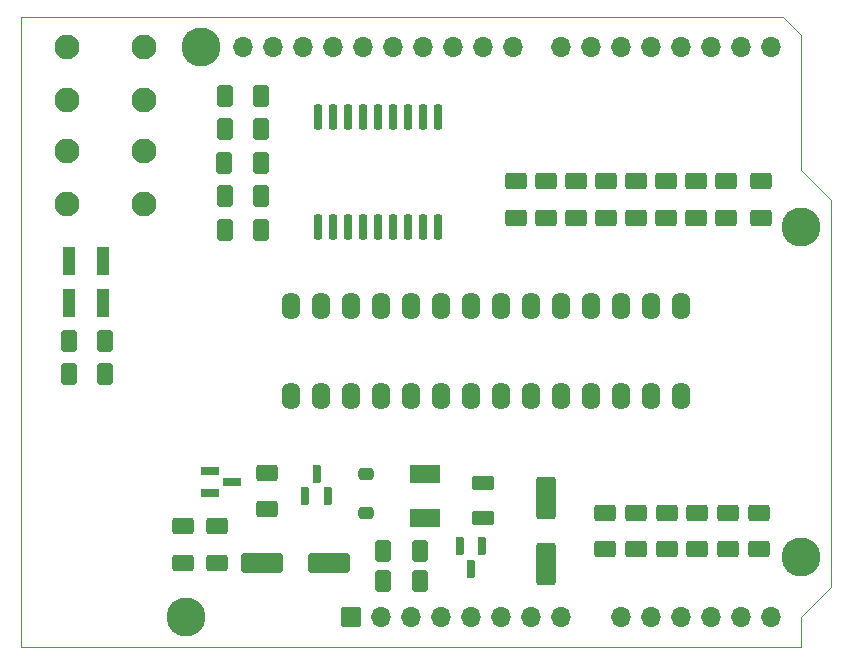
<source format=gbr>
%TF.GenerationSoftware,KiCad,Pcbnew,(7.0.0)*%
%TF.CreationDate,2023-03-08T16:41:05-05:00*%
%TF.ProjectId,RESTORE_AVR_FUSES_SPI,52455354-4f52-4455-9f41-56525f465553,rev?*%
%TF.SameCoordinates,Original*%
%TF.FileFunction,Soldermask,Top*%
%TF.FilePolarity,Negative*%
%FSLAX46Y46*%
G04 Gerber Fmt 4.6, Leading zero omitted, Abs format (unit mm)*
G04 Created by KiCad (PCBNEW (7.0.0)) date 2023-03-08 16:41:05*
%MOMM*%
%LPD*%
G01*
G04 APERTURE LIST*
G04 Aperture macros list*
%AMRoundRect*
0 Rectangle with rounded corners*
0 $1 Rounding radius*
0 $2 $3 $4 $5 $6 $7 $8 $9 X,Y pos of 4 corners*
0 Add a 4 corners polygon primitive as box body*
4,1,4,$2,$3,$4,$5,$6,$7,$8,$9,$2,$3,0*
0 Add four circle primitives for the rounded corners*
1,1,$1+$1,$2,$3*
1,1,$1+$1,$4,$5*
1,1,$1+$1,$6,$7*
1,1,$1+$1,$8,$9*
0 Add four rect primitives between the rounded corners*
20,1,$1+$1,$2,$3,$4,$5,0*
20,1,$1+$1,$4,$5,$6,$7,0*
20,1,$1+$1,$6,$7,$8,$9,0*
20,1,$1+$1,$8,$9,$2,$3,0*%
G04 Aperture macros list end*
%TA.AperFunction,Profile*%
%ADD10C,0.100000*%
%TD*%
%ADD11RoundRect,0.300800X-0.400000X-0.625000X0.400000X-0.625000X0.400000X0.625000X-0.400000X0.625000X0*%
%ADD12C,2.101600*%
%ADD13C,3.301600*%
%ADD14RoundRect,0.050800X0.800000X-0.800000X0.800000X0.800000X-0.800000X0.800000X-0.800000X-0.800000X0*%
%ADD15O,1.701600X1.701600*%
%ADD16RoundRect,0.300800X0.400000X0.625000X-0.400000X0.625000X-0.400000X-0.625000X0.400000X-0.625000X0*%
%ADD17RoundRect,0.300800X-0.625000X0.400000X-0.625000X-0.400000X0.625000X-0.400000X0.625000X0.400000X0*%
%ADD18RoundRect,0.050800X0.475000X-1.100000X0.475000X1.100000X-0.475000X1.100000X-0.475000X-1.100000X0*%
%ADD19RoundRect,0.300800X0.625000X-0.400000X0.625000X0.400000X-0.625000X0.400000X-0.625000X-0.400000X0*%
%ADD20RoundRect,0.200800X-0.150000X0.587500X-0.150000X-0.587500X0.150000X-0.587500X0.150000X0.587500X0*%
%ADD21RoundRect,0.300800X0.650000X-0.325000X0.650000X0.325000X-0.650000X0.325000X-0.650000X-0.325000X0*%
%ADD22O,1.602740X2.301240*%
%ADD23RoundRect,0.200800X0.150000X-0.587500X0.150000X0.587500X-0.150000X0.587500X-0.150000X-0.587500X0*%
%ADD24RoundRect,0.050800X1.250000X-0.750000X1.250000X0.750000X-1.250000X0.750000X-1.250000X-0.750000X0*%
%ADD25RoundRect,0.300800X-0.550000X1.500000X-0.550000X-1.500000X0.550000X-1.500000X0.550000X1.500000X0*%
%ADD26RoundRect,0.200800X-0.150000X0.875000X-0.150000X-0.875000X0.150000X-0.875000X0.150000X0.875000X0*%
%ADD27RoundRect,0.300800X1.500000X0.550000X-1.500000X0.550000X-1.500000X-0.550000X1.500000X-0.550000X0*%
%ADD28RoundRect,0.200800X-0.587500X-0.150000X0.587500X-0.150000X0.587500X0.150000X-0.587500X0.150000X0*%
%ADD29RoundRect,0.275800X0.375000X-0.225000X0.375000X0.225000X-0.375000X0.225000X-0.375000X-0.225000X0*%
G04 APERTURE END LIST*
D10*
%TO.C,A1*%
X101600000Y-76200000D02*
X101600000Y-129540000D01*
X101600000Y-129540000D02*
X167640000Y-129540000D01*
X166120000Y-76200000D02*
X101600000Y-76200000D01*
X167640000Y-77720000D02*
X166120000Y-76200000D01*
X167640000Y-89150000D02*
X167640000Y-77720000D01*
X167640000Y-127000000D02*
X170180000Y-124460000D01*
X167640000Y-129540000D02*
X167640000Y-127000000D01*
X170180000Y-91690000D02*
X167640000Y-89150000D01*
X170180000Y-124460000D02*
X170180000Y-91690000D01*
%TD*%
D11*
%TO.C,R2*%
X132273500Y-121412000D03*
X135373500Y-121412000D03*
%TD*%
D12*
%TO.C,SW2*%
X105514000Y-78740000D03*
X112014000Y-78740000D03*
X105514000Y-83240000D03*
X112014000Y-83240000D03*
%TD*%
D13*
%TO.C,A1*%
X115570000Y-127000000D03*
X116840000Y-78740000D03*
X167640000Y-93980000D03*
X167640000Y-121920000D03*
D14*
X129540000Y-127000000D03*
D15*
X132079999Y-126999999D03*
X134619999Y-126999999D03*
X137159999Y-126999999D03*
X139699999Y-126999999D03*
X142239999Y-126999999D03*
X144779999Y-126999999D03*
X147319999Y-126999999D03*
X152399999Y-126999999D03*
X154939999Y-126999999D03*
X157479999Y-126999999D03*
X160019999Y-126999999D03*
X162559999Y-126999999D03*
X165099999Y-126999999D03*
X165099999Y-78739999D03*
X162559999Y-78739999D03*
X160019999Y-78739999D03*
X157479999Y-78739999D03*
X154939999Y-78739999D03*
X152399999Y-78739999D03*
X149859999Y-78739999D03*
X147319999Y-78739999D03*
X143259999Y-78739999D03*
X140719999Y-78739999D03*
X138179999Y-78739999D03*
X135639999Y-78739999D03*
X133099999Y-78739999D03*
X130559999Y-78739999D03*
X128019999Y-78739999D03*
X125479999Y-78739999D03*
X122939999Y-78739999D03*
X120399999Y-78739999D03*
%TD*%
D16*
%TO.C,R24*%
X108738000Y-106426000D03*
X105638000Y-106426000D03*
%TD*%
D17*
%TO.C,R15*%
X158882664Y-118185000D03*
X158882664Y-121285000D03*
%TD*%
D18*
%TO.C,D2*%
X108538000Y-96901000D03*
X105638000Y-96901000D03*
%TD*%
%TO.C,D4*%
X108538000Y-100457000D03*
X105638000Y-100457000D03*
%TD*%
D16*
%TO.C,R25*%
X121946000Y-85756750D03*
X118846000Y-85756750D03*
%TD*%
D19*
%TO.C,R11*%
X143510000Y-93212513D03*
X143510000Y-90112513D03*
%TD*%
D20*
%TO.C,Q2*%
X140650000Y-121061000D03*
X138750000Y-121061000D03*
X139700000Y-122936000D03*
%TD*%
D19*
%TO.C,R8*%
X151130000Y-93212513D03*
X151130000Y-90112513D03*
%TD*%
D21*
%TO.C,C1*%
X140716000Y-118615000D03*
X140716000Y-115665000D03*
%TD*%
D22*
%TO.C,ZIF1*%
X124459999Y-100710999D03*
X126999999Y-100710999D03*
X129539999Y-100710999D03*
X132079999Y-100710999D03*
X134619999Y-100710999D03*
X137159999Y-100710999D03*
X139699999Y-100710999D03*
X142239999Y-100710999D03*
X144779999Y-100710999D03*
X147319999Y-100710999D03*
X149859999Y-100710999D03*
X152399999Y-100710999D03*
X154939999Y-100710999D03*
X157479999Y-100710999D03*
X157479999Y-108330999D03*
X154939999Y-108330999D03*
X152399999Y-108330999D03*
X149859999Y-108330999D03*
X147319999Y-108330999D03*
X144779999Y-108330999D03*
X142239999Y-108330999D03*
X139699999Y-108330999D03*
X137159999Y-108330999D03*
X134619999Y-108330999D03*
X132079999Y-108330999D03*
X129539999Y-108330999D03*
X126999999Y-108330999D03*
X124459999Y-108330999D03*
%TD*%
D19*
%TO.C,R1*%
X122428000Y-117915000D03*
X122428000Y-114815000D03*
%TD*%
%TO.C,R14*%
X118237000Y-122428000D03*
X118237000Y-119328000D03*
%TD*%
D12*
%TO.C,SW1*%
X105514000Y-87575100D03*
X112014000Y-87575100D03*
X105514000Y-92075100D03*
X112014000Y-92075100D03*
%TD*%
D19*
%TO.C,R12*%
X151080666Y-121311000D03*
X151080666Y-118211000D03*
%TD*%
%TO.C,R5*%
X158750000Y-93212513D03*
X158750000Y-90112513D03*
%TD*%
D17*
%TO.C,R19*%
X156281998Y-118185000D03*
X156281998Y-121285000D03*
%TD*%
%TO.C,R16*%
X161483330Y-118185000D03*
X161483330Y-121285000D03*
%TD*%
D23*
%TO.C,Q1*%
X125680000Y-116790000D03*
X127580000Y-116790000D03*
X126630000Y-114915000D03*
%TD*%
D24*
%TO.C,L1*%
X135789000Y-118615000D03*
X135789000Y-114915000D03*
%TD*%
D11*
%TO.C,R22*%
X118846000Y-94234000D03*
X121946000Y-94234000D03*
%TD*%
D25*
%TO.C,C2*%
X146050000Y-116961000D03*
X146050000Y-122561000D03*
%TD*%
D11*
%TO.C,R20*%
X118820000Y-88582500D03*
X121920000Y-88582500D03*
%TD*%
D26*
%TO.C,U1*%
X136906000Y-84680000D03*
X135636000Y-84680000D03*
X134366000Y-84680000D03*
X133096000Y-84680000D03*
X131826000Y-84680000D03*
X130556000Y-84680000D03*
X129286000Y-84680000D03*
X128016000Y-84680000D03*
X126746000Y-84680000D03*
X126746000Y-93980000D03*
X128016000Y-93980000D03*
X129286000Y-93980000D03*
X130556000Y-93980000D03*
X131826000Y-93980000D03*
X133096000Y-93980000D03*
X134366000Y-93980000D03*
X135636000Y-93980000D03*
X136906000Y-93980000D03*
%TD*%
D19*
%TO.C,R23*%
X164287200Y-93244000D03*
X164287200Y-90144000D03*
%TD*%
D17*
%TO.C,R18*%
X153681332Y-118185000D03*
X153681332Y-121285000D03*
%TD*%
%TO.C,R13*%
X115316000Y-119354000D03*
X115316000Y-122454000D03*
%TD*%
D19*
%TO.C,R7*%
X153670000Y-93212513D03*
X153670000Y-90112513D03*
%TD*%
%TO.C,R10*%
X146050000Y-93212513D03*
X146050000Y-90112513D03*
%TD*%
D27*
%TO.C,C3*%
X122047000Y-122428000D03*
X127647000Y-122428000D03*
%TD*%
D16*
%TO.C,R3*%
X135373500Y-123952000D03*
X132273500Y-123952000D03*
%TD*%
D17*
%TO.C,R17*%
X164084000Y-118185000D03*
X164084000Y-121285000D03*
%TD*%
D16*
%TO.C,R26*%
X108738000Y-103630732D03*
X105638000Y-103630732D03*
%TD*%
D11*
%TO.C,R27*%
X118846000Y-82931000D03*
X121946000Y-82931000D03*
%TD*%
D28*
%TO.C,Q3*%
X117632000Y-114665000D03*
X117632000Y-116565000D03*
X119507000Y-115615000D03*
%TD*%
D19*
%TO.C,R6*%
X156210000Y-93212513D03*
X156210000Y-90112513D03*
%TD*%
D29*
%TO.C,D3*%
X130862000Y-118215000D03*
X130862000Y-114915000D03*
%TD*%
D11*
%TO.C,R21*%
X118846000Y-91408250D03*
X121946000Y-91408250D03*
%TD*%
D19*
%TO.C,R9*%
X148590000Y-90112513D03*
X148590000Y-93212513D03*
%TD*%
%TO.C,R4*%
X161290000Y-93212513D03*
X161290000Y-90112513D03*
%TD*%
M02*

</source>
